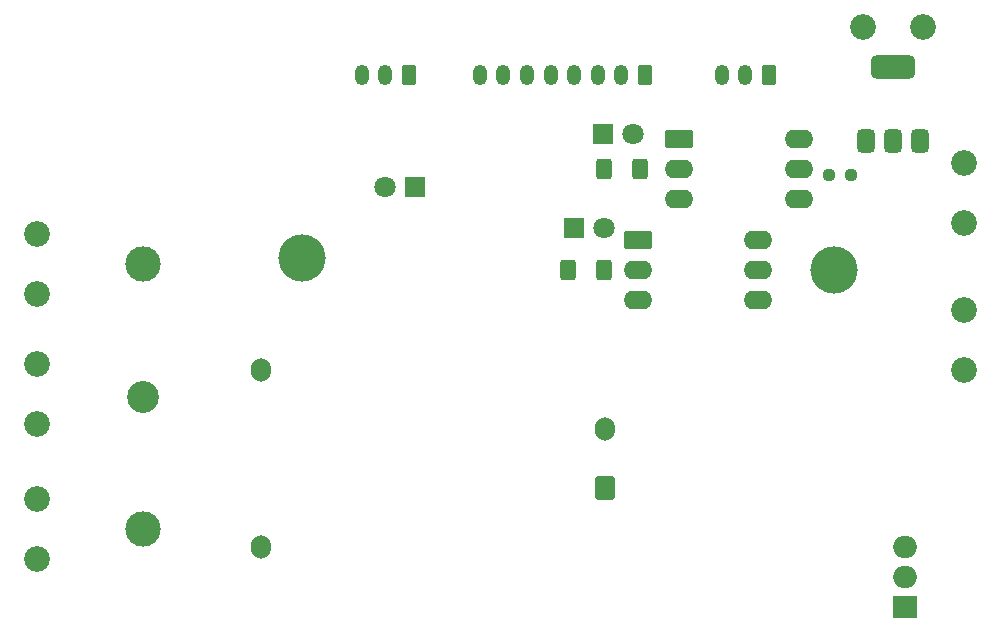
<source format=gbr>
%TF.GenerationSoftware,KiCad,Pcbnew,9.0.7*%
%TF.CreationDate,2026-01-20T13:18:08+01:00*%
%TF.ProjectId,OpenBrewer,4f70656e-4272-4657-9765-722e6b696361,rev?*%
%TF.SameCoordinates,Original*%
%TF.FileFunction,Soldermask,Bot*%
%TF.FilePolarity,Negative*%
%FSLAX46Y46*%
G04 Gerber Fmt 4.6, Leading zero omitted, Abs format (unit mm)*
G04 Created by KiCad (PCBNEW 9.0.7) date 2026-01-20 13:18:08*
%MOMM*%
%LPD*%
G01*
G04 APERTURE LIST*
G04 Aperture macros list*
%AMRoundRect*
0 Rectangle with rounded corners*
0 $1 Rounding radius*
0 $2 $3 $4 $5 $6 $7 $8 $9 X,Y pos of 4 corners*
0 Add a 4 corners polygon primitive as box body*
4,1,4,$2,$3,$4,$5,$6,$7,$8,$9,$2,$3,0*
0 Add four circle primitives for the rounded corners*
1,1,$1+$1,$2,$3*
1,1,$1+$1,$4,$5*
1,1,$1+$1,$6,$7*
1,1,$1+$1,$8,$9*
0 Add four rect primitives between the rounded corners*
20,1,$1+$1,$2,$3,$4,$5,0*
20,1,$1+$1,$4,$5,$6,$7,0*
20,1,$1+$1,$6,$7,$8,$9,0*
20,1,$1+$1,$8,$9,$2,$3,0*%
G04 Aperture macros list end*
%ADD10C,2.184000*%
%ADD11R,1.800000X1.800000*%
%ADD12C,1.800000*%
%ADD13C,2.700000*%
%ADD14C,3.000000*%
%ADD15RoundRect,0.250000X0.350000X0.625000X-0.350000X0.625000X-0.350000X-0.625000X0.350000X-0.625000X0*%
%ADD16O,1.200000X1.750000*%
%ADD17C,4.000000*%
%ADD18RoundRect,0.250000X0.600000X0.750000X-0.600000X0.750000X-0.600000X-0.750000X0.600000X-0.750000X0*%
%ADD19O,1.700000X2.000000*%
%ADD20R,2.000000X1.905000*%
%ADD21O,2.000000X1.905000*%
%ADD22RoundRect,0.250000X-0.950000X-0.550000X0.950000X-0.550000X0.950000X0.550000X-0.950000X0.550000X0*%
%ADD23O,2.400000X1.600000*%
%ADD24RoundRect,0.237500X-0.250000X-0.237500X0.250000X-0.237500X0.250000X0.237500X-0.250000X0.237500X0*%
%ADD25RoundRect,0.250000X-0.400000X-0.625000X0.400000X-0.625000X0.400000X0.625000X-0.400000X0.625000X0*%
%ADD26RoundRect,0.375000X0.375000X-0.625000X0.375000X0.625000X-0.375000X0.625000X-0.375000X-0.625000X0*%
%ADD27RoundRect,0.500000X1.400000X-0.500000X1.400000X0.500000X-1.400000X0.500000X-1.400000X-0.500000X0*%
G04 APERTURE END LIST*
D10*
%TO.C,J4*%
X193000000Y-83040000D03*
X193000000Y-77960000D03*
%TD*%
D11*
%TO.C,D4*%
X162460000Y-63000000D03*
D12*
X165000000Y-63000000D03*
%TD*%
D13*
%TO.C,F1*%
X123500000Y-85250000D03*
D14*
X123500000Y-96500000D03*
X123500000Y-74000000D03*
%TD*%
D15*
%TO.C,J1*%
X166000000Y-58000000D03*
D16*
X164000000Y-58000000D03*
X162000000Y-58000000D03*
X160000000Y-58000000D03*
X158000000Y-58000000D03*
X156000000Y-58000000D03*
X154000000Y-58000000D03*
X152000000Y-58000000D03*
%TD*%
D10*
%TO.C,J5*%
X193000000Y-70540000D03*
X193000000Y-65460000D03*
%TD*%
D15*
%TO.C,J3*%
X146000000Y-58000000D03*
D16*
X144000000Y-58000000D03*
X142000000Y-58000000D03*
%TD*%
D11*
%TO.C,D2*%
X146500000Y-67500000D03*
D12*
X143960000Y-67500000D03*
%TD*%
D11*
%TO.C,D3*%
X159960000Y-71000000D03*
D12*
X162500000Y-71000000D03*
%TD*%
D10*
%TO.C,J8*%
X114500000Y-87540000D03*
X114500000Y-82460000D03*
%TD*%
D17*
%TO.C,REF\u002A\u002A*%
X182000000Y-74500000D03*
%TD*%
D18*
%TO.C,PS1*%
X162580000Y-93000000D03*
D19*
X162580000Y-88000000D03*
X133500000Y-98000000D03*
X133500000Y-83000000D03*
%TD*%
D20*
%TO.C,Q1*%
X188000000Y-103040000D03*
D21*
X188000000Y-100500000D03*
X188000000Y-97960000D03*
%TD*%
D10*
%TO.C,J7*%
X114500000Y-76540000D03*
X114500000Y-71460000D03*
%TD*%
D17*
%TO.C,REF\u002A\u002A*%
X137000000Y-73500000D03*
%TD*%
D10*
%TO.C,J6*%
X189540000Y-54000000D03*
X184460000Y-54000000D03*
%TD*%
D15*
%TO.C,J2*%
X176500000Y-58000000D03*
D16*
X174500000Y-58000000D03*
X172500000Y-58000000D03*
%TD*%
D22*
%TO.C,U1*%
X165425000Y-71960000D03*
D23*
X165425000Y-74500000D03*
X165425000Y-77040000D03*
X175585000Y-77040000D03*
X175585000Y-74500000D03*
X175585000Y-71960000D03*
%TD*%
D10*
%TO.C,J9*%
X114500000Y-93960000D03*
X114500000Y-99040000D03*
%TD*%
D22*
%TO.C,U2*%
X168840000Y-63460000D03*
D23*
X168840000Y-66000000D03*
X168840000Y-68540000D03*
X179000000Y-68540000D03*
X179000000Y-66000000D03*
X179000000Y-63460000D03*
%TD*%
D24*
%TO.C,R2*%
X181587500Y-66500000D03*
X183412500Y-66500000D03*
%TD*%
D25*
%TO.C,R3*%
X162500000Y-66000000D03*
X165600000Y-66000000D03*
%TD*%
D26*
%TO.C,Q2*%
X189300000Y-63650000D03*
X187000000Y-63650000D03*
X184700000Y-63650000D03*
D27*
X187000000Y-57350000D03*
%TD*%
D25*
%TO.C,R1*%
X159450000Y-74500000D03*
X162550000Y-74500000D03*
%TD*%
M02*

</source>
